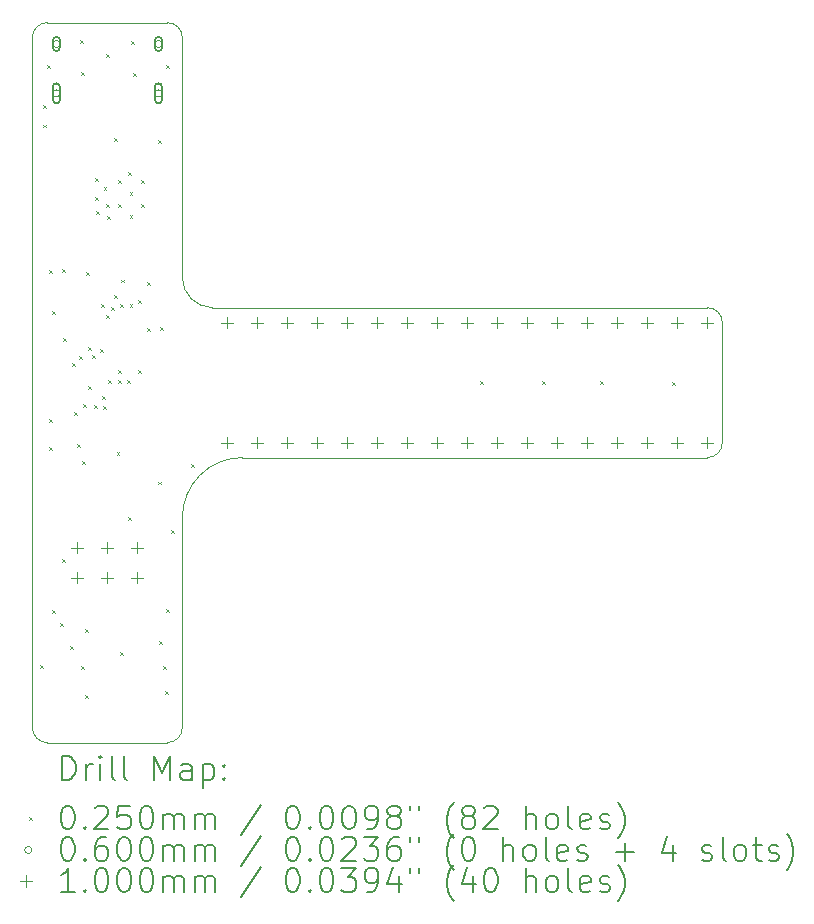
<source format=gbr>
%TF.GenerationSoftware,KiCad,Pcbnew,(6.0.9-0)*%
%TF.CreationDate,2022-12-21T10:04:28+01:00*%
%TF.ProjectId,BluerPill,426c7565-7250-4696-9c6c-2e6b69636164,rev?*%
%TF.SameCoordinates,Original*%
%TF.FileFunction,Drillmap*%
%TF.FilePolarity,Positive*%
%FSLAX45Y45*%
G04 Gerber Fmt 4.5, Leading zero omitted, Abs format (unit mm)*
G04 Created by KiCad (PCBNEW (6.0.9-0)) date 2022-12-21 10:04:28*
%MOMM*%
%LPD*%
G01*
G04 APERTURE LIST*
%ADD10C,0.100000*%
%ADD11C,0.200000*%
%ADD12C,0.025000*%
%ADD13C,0.060000*%
G04 APERTURE END LIST*
D10*
X9207500Y-11811000D02*
G75*
G03*
X9461500Y-12065000I254000J0D01*
G01*
X13652500Y-13335000D02*
G75*
G03*
X13779500Y-13208000I0J127000D01*
G01*
X8064500Y-9652000D02*
X9080500Y-9652000D01*
X8064500Y-9652000D02*
G75*
G03*
X7937500Y-9779000I0J-127000D01*
G01*
X9461500Y-12065000D02*
X13652500Y-12065000D01*
X13779500Y-12192000D02*
G75*
G03*
X13652500Y-12065000I-127000J0D01*
G01*
X13652500Y-13335000D02*
X9715500Y-13335000D01*
X9207500Y-9779000D02*
G75*
G03*
X9080500Y-9652000I-127000J0D01*
G01*
X13779500Y-12192000D02*
X13779500Y-13208000D01*
X9080500Y-15748000D02*
G75*
G03*
X9207500Y-15621000I0J127000D01*
G01*
X8064500Y-15748000D02*
X9080500Y-15748000D01*
X9207500Y-11811000D02*
X9207500Y-9779000D01*
X9207500Y-13843000D02*
X9207500Y-15621000D01*
X9715500Y-13335000D02*
G75*
G03*
X9207500Y-13843000I0J-508000D01*
G01*
X7937500Y-9779000D02*
X7937500Y-15621000D01*
X7937500Y-15621000D02*
G75*
G03*
X8064500Y-15748000I127000J0D01*
G01*
D11*
D12*
X8000000Y-15087500D02*
X8025000Y-15112500D01*
X8025000Y-15087500D02*
X8000000Y-15112500D01*
X8026250Y-10515250D02*
X8051250Y-10540250D01*
X8051250Y-10515250D02*
X8026250Y-10540250D01*
X8030000Y-10347500D02*
X8055000Y-10372500D01*
X8055000Y-10347500D02*
X8030000Y-10372500D01*
X8060000Y-10007500D02*
X8085000Y-10032500D01*
X8085000Y-10007500D02*
X8060000Y-10032500D01*
X8077450Y-13007500D02*
X8102450Y-13032500D01*
X8102450Y-13007500D02*
X8077450Y-13032500D01*
X8080000Y-11747500D02*
X8105000Y-11772500D01*
X8105000Y-11747500D02*
X8080000Y-11772500D01*
X8080000Y-13247500D02*
X8105000Y-13272500D01*
X8105000Y-13247500D02*
X8080000Y-13272500D01*
X8100000Y-12097500D02*
X8125000Y-12122500D01*
X8125000Y-12097500D02*
X8100000Y-12122500D01*
X8100000Y-14627500D02*
X8125000Y-14652500D01*
X8125000Y-14627500D02*
X8100000Y-14652500D01*
X8170000Y-14737500D02*
X8195000Y-14762500D01*
X8195000Y-14737500D02*
X8170000Y-14762500D01*
X8190000Y-11737500D02*
X8215000Y-11762500D01*
X8215000Y-11737500D02*
X8190000Y-11762500D01*
X8190000Y-14197500D02*
X8215000Y-14222500D01*
X8215000Y-14197500D02*
X8190000Y-14222500D01*
X8195000Y-12322500D02*
X8220000Y-12347500D01*
X8220000Y-12322500D02*
X8195000Y-12347500D01*
X8260000Y-14927500D02*
X8285000Y-14952500D01*
X8285000Y-14927500D02*
X8260000Y-14952500D01*
X8270000Y-12537500D02*
X8295000Y-12562500D01*
X8295000Y-12537500D02*
X8270000Y-12562500D01*
X8290000Y-12947500D02*
X8315000Y-12972500D01*
X8315000Y-12947500D02*
X8290000Y-12972500D01*
X8315000Y-13222500D02*
X8340000Y-13247500D01*
X8340000Y-13222500D02*
X8315000Y-13247500D01*
X8330000Y-12477500D02*
X8355000Y-12502500D01*
X8355000Y-12477500D02*
X8330000Y-12502500D01*
X8340000Y-9797500D02*
X8365000Y-9822500D01*
X8365000Y-9797500D02*
X8340000Y-9822500D01*
X8350000Y-10067500D02*
X8375000Y-10092500D01*
X8375000Y-10067500D02*
X8350000Y-10092500D01*
X8350000Y-15097500D02*
X8375000Y-15122500D01*
X8375000Y-15097500D02*
X8350000Y-15122500D01*
X8360000Y-13367500D02*
X8385000Y-13392500D01*
X8385000Y-13367500D02*
X8360000Y-13392500D01*
X8370000Y-12877500D02*
X8395000Y-12902500D01*
X8395000Y-12877500D02*
X8370000Y-12902500D01*
X8380000Y-14787500D02*
X8405000Y-14812500D01*
X8405000Y-14787500D02*
X8380000Y-14812500D01*
X8380000Y-15347500D02*
X8405000Y-15372500D01*
X8405000Y-15347500D02*
X8380000Y-15372500D01*
X8390000Y-11767500D02*
X8415000Y-11792500D01*
X8415000Y-11767500D02*
X8390000Y-11792500D01*
X8410000Y-12397500D02*
X8435000Y-12422500D01*
X8435000Y-12397500D02*
X8410000Y-12422500D01*
X8410000Y-12730305D02*
X8435000Y-12755305D01*
X8435000Y-12730305D02*
X8410000Y-12755305D01*
X8440000Y-12467500D02*
X8465000Y-12492500D01*
X8465000Y-12467500D02*
X8440000Y-12492500D01*
X8460000Y-12887500D02*
X8485000Y-12912500D01*
X8485000Y-12887500D02*
X8460000Y-12912500D01*
X8470000Y-10967500D02*
X8495000Y-10992500D01*
X8495000Y-10967500D02*
X8470000Y-10992500D01*
X8470000Y-11127500D02*
X8495000Y-11152500D01*
X8495000Y-11127500D02*
X8470000Y-11152500D01*
X8480000Y-11247500D02*
X8505000Y-11272500D01*
X8505000Y-11247500D02*
X8480000Y-11272500D01*
X8510000Y-12417500D02*
X8535000Y-12442500D01*
X8535000Y-12417500D02*
X8510000Y-12442500D01*
X8520000Y-12037500D02*
X8545000Y-12062500D01*
X8545000Y-12037500D02*
X8520000Y-12062500D01*
X8530000Y-12817500D02*
X8555000Y-12842500D01*
X8555000Y-12817500D02*
X8530000Y-12842500D01*
X8538388Y-12897500D02*
X8563388Y-12922500D01*
X8563388Y-12897500D02*
X8538388Y-12922500D01*
X8540000Y-11047500D02*
X8565000Y-11072500D01*
X8565000Y-11047500D02*
X8540000Y-11072500D01*
X8560000Y-9917500D02*
X8585000Y-9942500D01*
X8585000Y-9917500D02*
X8560000Y-9942500D01*
X8560000Y-11187500D02*
X8585000Y-11212500D01*
X8585000Y-11187500D02*
X8560000Y-11212500D01*
X8560000Y-12127500D02*
X8585000Y-12152500D01*
X8585000Y-12127500D02*
X8560000Y-12152500D01*
X8570000Y-11287500D02*
X8595000Y-11312500D01*
X8595000Y-11287500D02*
X8570000Y-11312500D01*
X8580000Y-12677500D02*
X8605000Y-12702500D01*
X8605000Y-12677500D02*
X8580000Y-12702500D01*
X8606206Y-12058650D02*
X8631206Y-12083650D01*
X8631206Y-12058650D02*
X8606206Y-12083650D01*
X8630000Y-10627500D02*
X8655000Y-10652500D01*
X8655000Y-10627500D02*
X8630000Y-10652500D01*
X8630000Y-11957500D02*
X8655000Y-11982500D01*
X8655000Y-11957500D02*
X8630000Y-11982500D01*
X8650000Y-13284950D02*
X8675000Y-13309950D01*
X8675000Y-13284950D02*
X8650000Y-13309950D01*
X8660000Y-10987500D02*
X8685000Y-11012500D01*
X8685000Y-10987500D02*
X8660000Y-11012500D01*
X8660000Y-11187500D02*
X8685000Y-11212500D01*
X8685000Y-11187500D02*
X8660000Y-11212500D01*
X8660000Y-12597500D02*
X8685000Y-12622500D01*
X8685000Y-12597500D02*
X8660000Y-12622500D01*
X8660000Y-12677500D02*
X8685000Y-12702500D01*
X8685000Y-12677500D02*
X8660000Y-12702500D01*
X8677934Y-12036910D02*
X8702934Y-12061910D01*
X8702934Y-12036910D02*
X8677934Y-12061910D01*
X8680000Y-14977500D02*
X8705000Y-15002500D01*
X8705000Y-14977500D02*
X8680000Y-15002500D01*
X8690000Y-11827500D02*
X8715000Y-11852500D01*
X8715000Y-11827500D02*
X8690000Y-11852500D01*
X8740000Y-12677500D02*
X8765000Y-12702500D01*
X8765000Y-12677500D02*
X8740000Y-12702500D01*
X8750000Y-10917500D02*
X8775000Y-10942500D01*
X8775000Y-10917500D02*
X8750000Y-10942500D01*
X8750000Y-13837500D02*
X8775000Y-13862500D01*
X8775000Y-13837500D02*
X8750000Y-13862500D01*
X8760000Y-11087500D02*
X8785000Y-11112500D01*
X8785000Y-11087500D02*
X8760000Y-11112500D01*
X8760000Y-11277500D02*
X8785000Y-11302500D01*
X8785000Y-11277500D02*
X8760000Y-11302500D01*
X8760000Y-12037500D02*
X8785000Y-12062500D01*
X8785000Y-12037500D02*
X8760000Y-12062500D01*
X8770000Y-9807500D02*
X8795000Y-9832500D01*
X8795000Y-9807500D02*
X8770000Y-9832500D01*
X8790000Y-10077500D02*
X8815000Y-10102500D01*
X8815000Y-10077500D02*
X8790000Y-10102500D01*
X8830000Y-11997500D02*
X8855000Y-12022500D01*
X8855000Y-11997500D02*
X8830000Y-12022500D01*
X8830000Y-12597500D02*
X8855000Y-12622500D01*
X8855000Y-12597500D02*
X8830000Y-12622500D01*
X8860000Y-10987500D02*
X8885000Y-11012500D01*
X8885000Y-10987500D02*
X8860000Y-11012500D01*
X8860000Y-11187500D02*
X8885000Y-11212500D01*
X8885000Y-11187500D02*
X8860000Y-11212500D01*
X8910000Y-11847500D02*
X8935000Y-11872500D01*
X8935000Y-11847500D02*
X8910000Y-11872500D01*
X8910000Y-12237500D02*
X8935000Y-12262500D01*
X8935000Y-12237500D02*
X8910000Y-12262500D01*
X9000000Y-10647500D02*
X9025000Y-10672500D01*
X9025000Y-10647500D02*
X9000000Y-10672500D01*
X9000000Y-13537500D02*
X9025000Y-13562500D01*
X9025000Y-13537500D02*
X9000000Y-13562500D01*
X9010000Y-14887500D02*
X9035000Y-14912500D01*
X9035000Y-14887500D02*
X9010000Y-14912500D01*
X9020000Y-12227500D02*
X9045000Y-12252500D01*
X9045000Y-12227500D02*
X9020000Y-12252500D01*
X9040000Y-15097500D02*
X9065000Y-15122500D01*
X9065000Y-15097500D02*
X9040000Y-15122500D01*
X9060000Y-15307500D02*
X9085000Y-15332500D01*
X9085000Y-15307500D02*
X9060000Y-15332500D01*
X9070000Y-10007500D02*
X9095000Y-10032500D01*
X9095000Y-10007500D02*
X9070000Y-10032500D01*
X9070000Y-14617500D02*
X9095000Y-14642500D01*
X9095000Y-14617500D02*
X9070000Y-14642500D01*
X9110000Y-13947500D02*
X9135000Y-13972500D01*
X9135000Y-13947500D02*
X9110000Y-13972500D01*
X9280000Y-13387500D02*
X9305000Y-13412500D01*
X9305000Y-13387500D02*
X9280000Y-13412500D01*
X11730000Y-12687500D02*
X11755000Y-12712500D01*
X11755000Y-12687500D02*
X11730000Y-12712500D01*
X12250000Y-12687500D02*
X12275000Y-12712500D01*
X12275000Y-12687500D02*
X12250000Y-12712500D01*
X12740000Y-12687500D02*
X12765000Y-12712500D01*
X12765000Y-12687500D02*
X12740000Y-12712500D01*
X13350000Y-12697500D02*
X13375000Y-12722500D01*
X13375000Y-12697500D02*
X13350000Y-12722500D01*
D13*
X8170500Y-9832750D02*
G75*
G03*
X8170500Y-9832750I-30000J0D01*
G01*
D11*
X8170500Y-9862750D02*
X8170500Y-9802750D01*
X8110500Y-9862750D02*
X8110500Y-9802750D01*
X8170500Y-9802750D02*
G75*
G03*
X8110500Y-9802750I-30000J0D01*
G01*
X8110500Y-9862750D02*
G75*
G03*
X8170500Y-9862750I30000J0D01*
G01*
D13*
X8170500Y-10250750D02*
G75*
G03*
X8170500Y-10250750I-30000J0D01*
G01*
D11*
X8170500Y-10305750D02*
X8170500Y-10195750D01*
X8110500Y-10305750D02*
X8110500Y-10195750D01*
X8170500Y-10195750D02*
G75*
G03*
X8110500Y-10195750I-30000J0D01*
G01*
X8110500Y-10305750D02*
G75*
G03*
X8170500Y-10305750I30000J0D01*
G01*
D13*
X9034500Y-9832750D02*
G75*
G03*
X9034500Y-9832750I-30000J0D01*
G01*
D11*
X9034500Y-9862750D02*
X9034500Y-9802750D01*
X8974500Y-9862750D02*
X8974500Y-9802750D01*
X9034500Y-9802750D02*
G75*
G03*
X8974500Y-9802750I-30000J0D01*
G01*
X8974500Y-9862750D02*
G75*
G03*
X9034500Y-9862750I30000J0D01*
G01*
D13*
X9034500Y-10250750D02*
G75*
G03*
X9034500Y-10250750I-30000J0D01*
G01*
D11*
X9034500Y-10305750D02*
X9034500Y-10195750D01*
X8974500Y-10305750D02*
X8974500Y-10195750D01*
X9034500Y-10195750D02*
G75*
G03*
X8974500Y-10195750I-30000J0D01*
G01*
X8974500Y-10305750D02*
G75*
G03*
X9034500Y-10305750I30000J0D01*
G01*
D10*
X8317000Y-14046500D02*
X8317000Y-14146500D01*
X8267000Y-14096500D02*
X8367000Y-14096500D01*
X8317000Y-14300500D02*
X8317000Y-14400500D01*
X8267000Y-14350500D02*
X8367000Y-14350500D01*
X8571000Y-14046500D02*
X8571000Y-14146500D01*
X8521000Y-14096500D02*
X8621000Y-14096500D01*
X8571000Y-14300500D02*
X8571000Y-14400500D01*
X8521000Y-14350500D02*
X8621000Y-14350500D01*
X8825000Y-14046500D02*
X8825000Y-14146500D01*
X8775000Y-14096500D02*
X8875000Y-14096500D01*
X8825000Y-14300500D02*
X8825000Y-14400500D01*
X8775000Y-14350500D02*
X8875000Y-14350500D01*
X9588500Y-12142000D02*
X9588500Y-12242000D01*
X9538500Y-12192000D02*
X9638500Y-12192000D01*
X9588500Y-13158000D02*
X9588500Y-13258000D01*
X9538500Y-13208000D02*
X9638500Y-13208000D01*
X9842500Y-12142000D02*
X9842500Y-12242000D01*
X9792500Y-12192000D02*
X9892500Y-12192000D01*
X9842500Y-13158000D02*
X9842500Y-13258000D01*
X9792500Y-13208000D02*
X9892500Y-13208000D01*
X10096500Y-12142000D02*
X10096500Y-12242000D01*
X10046500Y-12192000D02*
X10146500Y-12192000D01*
X10096500Y-13158000D02*
X10096500Y-13258000D01*
X10046500Y-13208000D02*
X10146500Y-13208000D01*
X10350500Y-12142000D02*
X10350500Y-12242000D01*
X10300500Y-12192000D02*
X10400500Y-12192000D01*
X10350500Y-13158000D02*
X10350500Y-13258000D01*
X10300500Y-13208000D02*
X10400500Y-13208000D01*
X10604500Y-12142000D02*
X10604500Y-12242000D01*
X10554500Y-12192000D02*
X10654500Y-12192000D01*
X10604500Y-13158000D02*
X10604500Y-13258000D01*
X10554500Y-13208000D02*
X10654500Y-13208000D01*
X10858500Y-12142000D02*
X10858500Y-12242000D01*
X10808500Y-12192000D02*
X10908500Y-12192000D01*
X10858500Y-13158000D02*
X10858500Y-13258000D01*
X10808500Y-13208000D02*
X10908500Y-13208000D01*
X11112500Y-12142000D02*
X11112500Y-12242000D01*
X11062500Y-12192000D02*
X11162500Y-12192000D01*
X11112500Y-13158000D02*
X11112500Y-13258000D01*
X11062500Y-13208000D02*
X11162500Y-13208000D01*
X11366500Y-12142000D02*
X11366500Y-12242000D01*
X11316500Y-12192000D02*
X11416500Y-12192000D01*
X11366500Y-13158000D02*
X11366500Y-13258000D01*
X11316500Y-13208000D02*
X11416500Y-13208000D01*
X11620500Y-12142000D02*
X11620500Y-12242000D01*
X11570500Y-12192000D02*
X11670500Y-12192000D01*
X11620500Y-13158000D02*
X11620500Y-13258000D01*
X11570500Y-13208000D02*
X11670500Y-13208000D01*
X11874500Y-12142000D02*
X11874500Y-12242000D01*
X11824500Y-12192000D02*
X11924500Y-12192000D01*
X11874500Y-13158000D02*
X11874500Y-13258000D01*
X11824500Y-13208000D02*
X11924500Y-13208000D01*
X12128500Y-12142000D02*
X12128500Y-12242000D01*
X12078500Y-12192000D02*
X12178500Y-12192000D01*
X12128500Y-13158000D02*
X12128500Y-13258000D01*
X12078500Y-13208000D02*
X12178500Y-13208000D01*
X12382500Y-12142000D02*
X12382500Y-12242000D01*
X12332500Y-12192000D02*
X12432500Y-12192000D01*
X12382500Y-13158000D02*
X12382500Y-13258000D01*
X12332500Y-13208000D02*
X12432500Y-13208000D01*
X12636500Y-12142000D02*
X12636500Y-12242000D01*
X12586500Y-12192000D02*
X12686500Y-12192000D01*
X12636500Y-13158000D02*
X12636500Y-13258000D01*
X12586500Y-13208000D02*
X12686500Y-13208000D01*
X12890500Y-12142000D02*
X12890500Y-12242000D01*
X12840500Y-12192000D02*
X12940500Y-12192000D01*
X12890500Y-13158000D02*
X12890500Y-13258000D01*
X12840500Y-13208000D02*
X12940500Y-13208000D01*
X13144500Y-12142000D02*
X13144500Y-12242000D01*
X13094500Y-12192000D02*
X13194500Y-12192000D01*
X13144500Y-13158000D02*
X13144500Y-13258000D01*
X13094500Y-13208000D02*
X13194500Y-13208000D01*
X13398500Y-12142000D02*
X13398500Y-12242000D01*
X13348500Y-12192000D02*
X13448500Y-12192000D01*
X13398500Y-13158000D02*
X13398500Y-13258000D01*
X13348500Y-13208000D02*
X13448500Y-13208000D01*
X13652500Y-12142000D02*
X13652500Y-12242000D01*
X13602500Y-12192000D02*
X13702500Y-12192000D01*
X13652500Y-13158000D02*
X13652500Y-13258000D01*
X13602500Y-13208000D02*
X13702500Y-13208000D01*
D11*
X8190119Y-16063476D02*
X8190119Y-15863476D01*
X8237738Y-15863476D01*
X8266309Y-15873000D01*
X8285357Y-15892048D01*
X8294881Y-15911095D01*
X8304405Y-15949190D01*
X8304405Y-15977762D01*
X8294881Y-16015857D01*
X8285357Y-16034905D01*
X8266309Y-16053952D01*
X8237738Y-16063476D01*
X8190119Y-16063476D01*
X8390119Y-16063476D02*
X8390119Y-15930143D01*
X8390119Y-15968238D02*
X8399643Y-15949190D01*
X8409167Y-15939667D01*
X8428214Y-15930143D01*
X8447262Y-15930143D01*
X8513929Y-16063476D02*
X8513929Y-15930143D01*
X8513929Y-15863476D02*
X8504405Y-15873000D01*
X8513929Y-15882524D01*
X8523452Y-15873000D01*
X8513929Y-15863476D01*
X8513929Y-15882524D01*
X8637738Y-16063476D02*
X8618690Y-16053952D01*
X8609167Y-16034905D01*
X8609167Y-15863476D01*
X8742500Y-16063476D02*
X8723452Y-16053952D01*
X8713929Y-16034905D01*
X8713929Y-15863476D01*
X8971071Y-16063476D02*
X8971071Y-15863476D01*
X9037738Y-16006333D01*
X9104405Y-15863476D01*
X9104405Y-16063476D01*
X9285357Y-16063476D02*
X9285357Y-15958714D01*
X9275833Y-15939667D01*
X9256786Y-15930143D01*
X9218690Y-15930143D01*
X9199643Y-15939667D01*
X9285357Y-16053952D02*
X9266310Y-16063476D01*
X9218690Y-16063476D01*
X9199643Y-16053952D01*
X9190119Y-16034905D01*
X9190119Y-16015857D01*
X9199643Y-15996809D01*
X9218690Y-15987286D01*
X9266310Y-15987286D01*
X9285357Y-15977762D01*
X9380595Y-15930143D02*
X9380595Y-16130143D01*
X9380595Y-15939667D02*
X9399643Y-15930143D01*
X9437738Y-15930143D01*
X9456786Y-15939667D01*
X9466310Y-15949190D01*
X9475833Y-15968238D01*
X9475833Y-16025381D01*
X9466310Y-16044428D01*
X9456786Y-16053952D01*
X9437738Y-16063476D01*
X9399643Y-16063476D01*
X9380595Y-16053952D01*
X9561548Y-16044428D02*
X9571071Y-16053952D01*
X9561548Y-16063476D01*
X9552024Y-16053952D01*
X9561548Y-16044428D01*
X9561548Y-16063476D01*
X9561548Y-15939667D02*
X9571071Y-15949190D01*
X9561548Y-15958714D01*
X9552024Y-15949190D01*
X9561548Y-15939667D01*
X9561548Y-15958714D01*
D12*
X7907500Y-16380500D02*
X7932500Y-16405500D01*
X7932500Y-16380500D02*
X7907500Y-16405500D01*
D11*
X8228214Y-16283476D02*
X8247262Y-16283476D01*
X8266309Y-16293000D01*
X8275833Y-16302524D01*
X8285357Y-16321571D01*
X8294881Y-16359667D01*
X8294881Y-16407286D01*
X8285357Y-16445381D01*
X8275833Y-16464428D01*
X8266309Y-16473952D01*
X8247262Y-16483476D01*
X8228214Y-16483476D01*
X8209167Y-16473952D01*
X8199643Y-16464428D01*
X8190119Y-16445381D01*
X8180595Y-16407286D01*
X8180595Y-16359667D01*
X8190119Y-16321571D01*
X8199643Y-16302524D01*
X8209167Y-16293000D01*
X8228214Y-16283476D01*
X8380595Y-16464428D02*
X8390119Y-16473952D01*
X8380595Y-16483476D01*
X8371071Y-16473952D01*
X8380595Y-16464428D01*
X8380595Y-16483476D01*
X8466310Y-16302524D02*
X8475833Y-16293000D01*
X8494881Y-16283476D01*
X8542500Y-16283476D01*
X8561548Y-16293000D01*
X8571071Y-16302524D01*
X8580595Y-16321571D01*
X8580595Y-16340619D01*
X8571071Y-16369190D01*
X8456786Y-16483476D01*
X8580595Y-16483476D01*
X8761548Y-16283476D02*
X8666310Y-16283476D01*
X8656786Y-16378714D01*
X8666310Y-16369190D01*
X8685357Y-16359667D01*
X8732976Y-16359667D01*
X8752024Y-16369190D01*
X8761548Y-16378714D01*
X8771071Y-16397762D01*
X8771071Y-16445381D01*
X8761548Y-16464428D01*
X8752024Y-16473952D01*
X8732976Y-16483476D01*
X8685357Y-16483476D01*
X8666310Y-16473952D01*
X8656786Y-16464428D01*
X8894881Y-16283476D02*
X8913929Y-16283476D01*
X8932976Y-16293000D01*
X8942500Y-16302524D01*
X8952024Y-16321571D01*
X8961548Y-16359667D01*
X8961548Y-16407286D01*
X8952024Y-16445381D01*
X8942500Y-16464428D01*
X8932976Y-16473952D01*
X8913929Y-16483476D01*
X8894881Y-16483476D01*
X8875833Y-16473952D01*
X8866310Y-16464428D01*
X8856786Y-16445381D01*
X8847262Y-16407286D01*
X8847262Y-16359667D01*
X8856786Y-16321571D01*
X8866310Y-16302524D01*
X8875833Y-16293000D01*
X8894881Y-16283476D01*
X9047262Y-16483476D02*
X9047262Y-16350143D01*
X9047262Y-16369190D02*
X9056786Y-16359667D01*
X9075833Y-16350143D01*
X9104405Y-16350143D01*
X9123452Y-16359667D01*
X9132976Y-16378714D01*
X9132976Y-16483476D01*
X9132976Y-16378714D02*
X9142500Y-16359667D01*
X9161548Y-16350143D01*
X9190119Y-16350143D01*
X9209167Y-16359667D01*
X9218690Y-16378714D01*
X9218690Y-16483476D01*
X9313929Y-16483476D02*
X9313929Y-16350143D01*
X9313929Y-16369190D02*
X9323452Y-16359667D01*
X9342500Y-16350143D01*
X9371071Y-16350143D01*
X9390119Y-16359667D01*
X9399643Y-16378714D01*
X9399643Y-16483476D01*
X9399643Y-16378714D02*
X9409167Y-16359667D01*
X9428214Y-16350143D01*
X9456786Y-16350143D01*
X9475833Y-16359667D01*
X9485357Y-16378714D01*
X9485357Y-16483476D01*
X9875833Y-16273952D02*
X9704405Y-16531095D01*
X10132976Y-16283476D02*
X10152024Y-16283476D01*
X10171071Y-16293000D01*
X10180595Y-16302524D01*
X10190119Y-16321571D01*
X10199643Y-16359667D01*
X10199643Y-16407286D01*
X10190119Y-16445381D01*
X10180595Y-16464428D01*
X10171071Y-16473952D01*
X10152024Y-16483476D01*
X10132976Y-16483476D01*
X10113929Y-16473952D01*
X10104405Y-16464428D01*
X10094881Y-16445381D01*
X10085357Y-16407286D01*
X10085357Y-16359667D01*
X10094881Y-16321571D01*
X10104405Y-16302524D01*
X10113929Y-16293000D01*
X10132976Y-16283476D01*
X10285357Y-16464428D02*
X10294881Y-16473952D01*
X10285357Y-16483476D01*
X10275833Y-16473952D01*
X10285357Y-16464428D01*
X10285357Y-16483476D01*
X10418690Y-16283476D02*
X10437738Y-16283476D01*
X10456786Y-16293000D01*
X10466310Y-16302524D01*
X10475833Y-16321571D01*
X10485357Y-16359667D01*
X10485357Y-16407286D01*
X10475833Y-16445381D01*
X10466310Y-16464428D01*
X10456786Y-16473952D01*
X10437738Y-16483476D01*
X10418690Y-16483476D01*
X10399643Y-16473952D01*
X10390119Y-16464428D01*
X10380595Y-16445381D01*
X10371071Y-16407286D01*
X10371071Y-16359667D01*
X10380595Y-16321571D01*
X10390119Y-16302524D01*
X10399643Y-16293000D01*
X10418690Y-16283476D01*
X10609167Y-16283476D02*
X10628214Y-16283476D01*
X10647262Y-16293000D01*
X10656786Y-16302524D01*
X10666310Y-16321571D01*
X10675833Y-16359667D01*
X10675833Y-16407286D01*
X10666310Y-16445381D01*
X10656786Y-16464428D01*
X10647262Y-16473952D01*
X10628214Y-16483476D01*
X10609167Y-16483476D01*
X10590119Y-16473952D01*
X10580595Y-16464428D01*
X10571071Y-16445381D01*
X10561548Y-16407286D01*
X10561548Y-16359667D01*
X10571071Y-16321571D01*
X10580595Y-16302524D01*
X10590119Y-16293000D01*
X10609167Y-16283476D01*
X10771071Y-16483476D02*
X10809167Y-16483476D01*
X10828214Y-16473952D01*
X10837738Y-16464428D01*
X10856786Y-16435857D01*
X10866310Y-16397762D01*
X10866310Y-16321571D01*
X10856786Y-16302524D01*
X10847262Y-16293000D01*
X10828214Y-16283476D01*
X10790119Y-16283476D01*
X10771071Y-16293000D01*
X10761548Y-16302524D01*
X10752024Y-16321571D01*
X10752024Y-16369190D01*
X10761548Y-16388238D01*
X10771071Y-16397762D01*
X10790119Y-16407286D01*
X10828214Y-16407286D01*
X10847262Y-16397762D01*
X10856786Y-16388238D01*
X10866310Y-16369190D01*
X10980595Y-16369190D02*
X10961548Y-16359667D01*
X10952024Y-16350143D01*
X10942500Y-16331095D01*
X10942500Y-16321571D01*
X10952024Y-16302524D01*
X10961548Y-16293000D01*
X10980595Y-16283476D01*
X11018690Y-16283476D01*
X11037738Y-16293000D01*
X11047262Y-16302524D01*
X11056786Y-16321571D01*
X11056786Y-16331095D01*
X11047262Y-16350143D01*
X11037738Y-16359667D01*
X11018690Y-16369190D01*
X10980595Y-16369190D01*
X10961548Y-16378714D01*
X10952024Y-16388238D01*
X10942500Y-16407286D01*
X10942500Y-16445381D01*
X10952024Y-16464428D01*
X10961548Y-16473952D01*
X10980595Y-16483476D01*
X11018690Y-16483476D01*
X11037738Y-16473952D01*
X11047262Y-16464428D01*
X11056786Y-16445381D01*
X11056786Y-16407286D01*
X11047262Y-16388238D01*
X11037738Y-16378714D01*
X11018690Y-16369190D01*
X11132976Y-16283476D02*
X11132976Y-16321571D01*
X11209167Y-16283476D02*
X11209167Y-16321571D01*
X11504405Y-16559667D02*
X11494881Y-16550143D01*
X11475833Y-16521571D01*
X11466309Y-16502524D01*
X11456786Y-16473952D01*
X11447262Y-16426333D01*
X11447262Y-16388238D01*
X11456786Y-16340619D01*
X11466309Y-16312048D01*
X11475833Y-16293000D01*
X11494881Y-16264428D01*
X11504405Y-16254905D01*
X11609167Y-16369190D02*
X11590119Y-16359667D01*
X11580595Y-16350143D01*
X11571071Y-16331095D01*
X11571071Y-16321571D01*
X11580595Y-16302524D01*
X11590119Y-16293000D01*
X11609167Y-16283476D01*
X11647262Y-16283476D01*
X11666309Y-16293000D01*
X11675833Y-16302524D01*
X11685357Y-16321571D01*
X11685357Y-16331095D01*
X11675833Y-16350143D01*
X11666309Y-16359667D01*
X11647262Y-16369190D01*
X11609167Y-16369190D01*
X11590119Y-16378714D01*
X11580595Y-16388238D01*
X11571071Y-16407286D01*
X11571071Y-16445381D01*
X11580595Y-16464428D01*
X11590119Y-16473952D01*
X11609167Y-16483476D01*
X11647262Y-16483476D01*
X11666309Y-16473952D01*
X11675833Y-16464428D01*
X11685357Y-16445381D01*
X11685357Y-16407286D01*
X11675833Y-16388238D01*
X11666309Y-16378714D01*
X11647262Y-16369190D01*
X11761548Y-16302524D02*
X11771071Y-16293000D01*
X11790119Y-16283476D01*
X11837738Y-16283476D01*
X11856786Y-16293000D01*
X11866309Y-16302524D01*
X11875833Y-16321571D01*
X11875833Y-16340619D01*
X11866309Y-16369190D01*
X11752024Y-16483476D01*
X11875833Y-16483476D01*
X12113928Y-16483476D02*
X12113928Y-16283476D01*
X12199643Y-16483476D02*
X12199643Y-16378714D01*
X12190119Y-16359667D01*
X12171071Y-16350143D01*
X12142500Y-16350143D01*
X12123452Y-16359667D01*
X12113928Y-16369190D01*
X12323452Y-16483476D02*
X12304405Y-16473952D01*
X12294881Y-16464428D01*
X12285357Y-16445381D01*
X12285357Y-16388238D01*
X12294881Y-16369190D01*
X12304405Y-16359667D01*
X12323452Y-16350143D01*
X12352024Y-16350143D01*
X12371071Y-16359667D01*
X12380595Y-16369190D01*
X12390119Y-16388238D01*
X12390119Y-16445381D01*
X12380595Y-16464428D01*
X12371071Y-16473952D01*
X12352024Y-16483476D01*
X12323452Y-16483476D01*
X12504405Y-16483476D02*
X12485357Y-16473952D01*
X12475833Y-16454905D01*
X12475833Y-16283476D01*
X12656786Y-16473952D02*
X12637738Y-16483476D01*
X12599643Y-16483476D01*
X12580595Y-16473952D01*
X12571071Y-16454905D01*
X12571071Y-16378714D01*
X12580595Y-16359667D01*
X12599643Y-16350143D01*
X12637738Y-16350143D01*
X12656786Y-16359667D01*
X12666309Y-16378714D01*
X12666309Y-16397762D01*
X12571071Y-16416809D01*
X12742500Y-16473952D02*
X12761548Y-16483476D01*
X12799643Y-16483476D01*
X12818690Y-16473952D01*
X12828214Y-16454905D01*
X12828214Y-16445381D01*
X12818690Y-16426333D01*
X12799643Y-16416809D01*
X12771071Y-16416809D01*
X12752024Y-16407286D01*
X12742500Y-16388238D01*
X12742500Y-16378714D01*
X12752024Y-16359667D01*
X12771071Y-16350143D01*
X12799643Y-16350143D01*
X12818690Y-16359667D01*
X12894881Y-16559667D02*
X12904405Y-16550143D01*
X12923452Y-16521571D01*
X12932976Y-16502524D01*
X12942500Y-16473952D01*
X12952024Y-16426333D01*
X12952024Y-16388238D01*
X12942500Y-16340619D01*
X12932976Y-16312048D01*
X12923452Y-16293000D01*
X12904405Y-16264428D01*
X12894881Y-16254905D01*
D13*
X7932500Y-16657000D02*
G75*
G03*
X7932500Y-16657000I-30000J0D01*
G01*
D11*
X8228214Y-16547476D02*
X8247262Y-16547476D01*
X8266309Y-16557000D01*
X8275833Y-16566524D01*
X8285357Y-16585571D01*
X8294881Y-16623667D01*
X8294881Y-16671286D01*
X8285357Y-16709381D01*
X8275833Y-16728428D01*
X8266309Y-16737952D01*
X8247262Y-16747476D01*
X8228214Y-16747476D01*
X8209167Y-16737952D01*
X8199643Y-16728428D01*
X8190119Y-16709381D01*
X8180595Y-16671286D01*
X8180595Y-16623667D01*
X8190119Y-16585571D01*
X8199643Y-16566524D01*
X8209167Y-16557000D01*
X8228214Y-16547476D01*
X8380595Y-16728428D02*
X8390119Y-16737952D01*
X8380595Y-16747476D01*
X8371071Y-16737952D01*
X8380595Y-16728428D01*
X8380595Y-16747476D01*
X8561548Y-16547476D02*
X8523452Y-16547476D01*
X8504405Y-16557000D01*
X8494881Y-16566524D01*
X8475833Y-16595095D01*
X8466310Y-16633190D01*
X8466310Y-16709381D01*
X8475833Y-16728428D01*
X8485357Y-16737952D01*
X8504405Y-16747476D01*
X8542500Y-16747476D01*
X8561548Y-16737952D01*
X8571071Y-16728428D01*
X8580595Y-16709381D01*
X8580595Y-16661762D01*
X8571071Y-16642714D01*
X8561548Y-16633190D01*
X8542500Y-16623667D01*
X8504405Y-16623667D01*
X8485357Y-16633190D01*
X8475833Y-16642714D01*
X8466310Y-16661762D01*
X8704405Y-16547476D02*
X8723452Y-16547476D01*
X8742500Y-16557000D01*
X8752024Y-16566524D01*
X8761548Y-16585571D01*
X8771071Y-16623667D01*
X8771071Y-16671286D01*
X8761548Y-16709381D01*
X8752024Y-16728428D01*
X8742500Y-16737952D01*
X8723452Y-16747476D01*
X8704405Y-16747476D01*
X8685357Y-16737952D01*
X8675833Y-16728428D01*
X8666310Y-16709381D01*
X8656786Y-16671286D01*
X8656786Y-16623667D01*
X8666310Y-16585571D01*
X8675833Y-16566524D01*
X8685357Y-16557000D01*
X8704405Y-16547476D01*
X8894881Y-16547476D02*
X8913929Y-16547476D01*
X8932976Y-16557000D01*
X8942500Y-16566524D01*
X8952024Y-16585571D01*
X8961548Y-16623667D01*
X8961548Y-16671286D01*
X8952024Y-16709381D01*
X8942500Y-16728428D01*
X8932976Y-16737952D01*
X8913929Y-16747476D01*
X8894881Y-16747476D01*
X8875833Y-16737952D01*
X8866310Y-16728428D01*
X8856786Y-16709381D01*
X8847262Y-16671286D01*
X8847262Y-16623667D01*
X8856786Y-16585571D01*
X8866310Y-16566524D01*
X8875833Y-16557000D01*
X8894881Y-16547476D01*
X9047262Y-16747476D02*
X9047262Y-16614143D01*
X9047262Y-16633190D02*
X9056786Y-16623667D01*
X9075833Y-16614143D01*
X9104405Y-16614143D01*
X9123452Y-16623667D01*
X9132976Y-16642714D01*
X9132976Y-16747476D01*
X9132976Y-16642714D02*
X9142500Y-16623667D01*
X9161548Y-16614143D01*
X9190119Y-16614143D01*
X9209167Y-16623667D01*
X9218690Y-16642714D01*
X9218690Y-16747476D01*
X9313929Y-16747476D02*
X9313929Y-16614143D01*
X9313929Y-16633190D02*
X9323452Y-16623667D01*
X9342500Y-16614143D01*
X9371071Y-16614143D01*
X9390119Y-16623667D01*
X9399643Y-16642714D01*
X9399643Y-16747476D01*
X9399643Y-16642714D02*
X9409167Y-16623667D01*
X9428214Y-16614143D01*
X9456786Y-16614143D01*
X9475833Y-16623667D01*
X9485357Y-16642714D01*
X9485357Y-16747476D01*
X9875833Y-16537952D02*
X9704405Y-16795095D01*
X10132976Y-16547476D02*
X10152024Y-16547476D01*
X10171071Y-16557000D01*
X10180595Y-16566524D01*
X10190119Y-16585571D01*
X10199643Y-16623667D01*
X10199643Y-16671286D01*
X10190119Y-16709381D01*
X10180595Y-16728428D01*
X10171071Y-16737952D01*
X10152024Y-16747476D01*
X10132976Y-16747476D01*
X10113929Y-16737952D01*
X10104405Y-16728428D01*
X10094881Y-16709381D01*
X10085357Y-16671286D01*
X10085357Y-16623667D01*
X10094881Y-16585571D01*
X10104405Y-16566524D01*
X10113929Y-16557000D01*
X10132976Y-16547476D01*
X10285357Y-16728428D02*
X10294881Y-16737952D01*
X10285357Y-16747476D01*
X10275833Y-16737952D01*
X10285357Y-16728428D01*
X10285357Y-16747476D01*
X10418690Y-16547476D02*
X10437738Y-16547476D01*
X10456786Y-16557000D01*
X10466310Y-16566524D01*
X10475833Y-16585571D01*
X10485357Y-16623667D01*
X10485357Y-16671286D01*
X10475833Y-16709381D01*
X10466310Y-16728428D01*
X10456786Y-16737952D01*
X10437738Y-16747476D01*
X10418690Y-16747476D01*
X10399643Y-16737952D01*
X10390119Y-16728428D01*
X10380595Y-16709381D01*
X10371071Y-16671286D01*
X10371071Y-16623667D01*
X10380595Y-16585571D01*
X10390119Y-16566524D01*
X10399643Y-16557000D01*
X10418690Y-16547476D01*
X10561548Y-16566524D02*
X10571071Y-16557000D01*
X10590119Y-16547476D01*
X10637738Y-16547476D01*
X10656786Y-16557000D01*
X10666310Y-16566524D01*
X10675833Y-16585571D01*
X10675833Y-16604619D01*
X10666310Y-16633190D01*
X10552024Y-16747476D01*
X10675833Y-16747476D01*
X10742500Y-16547476D02*
X10866310Y-16547476D01*
X10799643Y-16623667D01*
X10828214Y-16623667D01*
X10847262Y-16633190D01*
X10856786Y-16642714D01*
X10866310Y-16661762D01*
X10866310Y-16709381D01*
X10856786Y-16728428D01*
X10847262Y-16737952D01*
X10828214Y-16747476D01*
X10771071Y-16747476D01*
X10752024Y-16737952D01*
X10742500Y-16728428D01*
X11037738Y-16547476D02*
X10999643Y-16547476D01*
X10980595Y-16557000D01*
X10971071Y-16566524D01*
X10952024Y-16595095D01*
X10942500Y-16633190D01*
X10942500Y-16709381D01*
X10952024Y-16728428D01*
X10961548Y-16737952D01*
X10980595Y-16747476D01*
X11018690Y-16747476D01*
X11037738Y-16737952D01*
X11047262Y-16728428D01*
X11056786Y-16709381D01*
X11056786Y-16661762D01*
X11047262Y-16642714D01*
X11037738Y-16633190D01*
X11018690Y-16623667D01*
X10980595Y-16623667D01*
X10961548Y-16633190D01*
X10952024Y-16642714D01*
X10942500Y-16661762D01*
X11132976Y-16547476D02*
X11132976Y-16585571D01*
X11209167Y-16547476D02*
X11209167Y-16585571D01*
X11504405Y-16823667D02*
X11494881Y-16814143D01*
X11475833Y-16785571D01*
X11466309Y-16766524D01*
X11456786Y-16737952D01*
X11447262Y-16690333D01*
X11447262Y-16652238D01*
X11456786Y-16604619D01*
X11466309Y-16576048D01*
X11475833Y-16557000D01*
X11494881Y-16528428D01*
X11504405Y-16518905D01*
X11618690Y-16547476D02*
X11637738Y-16547476D01*
X11656786Y-16557000D01*
X11666309Y-16566524D01*
X11675833Y-16585571D01*
X11685357Y-16623667D01*
X11685357Y-16671286D01*
X11675833Y-16709381D01*
X11666309Y-16728428D01*
X11656786Y-16737952D01*
X11637738Y-16747476D01*
X11618690Y-16747476D01*
X11599643Y-16737952D01*
X11590119Y-16728428D01*
X11580595Y-16709381D01*
X11571071Y-16671286D01*
X11571071Y-16623667D01*
X11580595Y-16585571D01*
X11590119Y-16566524D01*
X11599643Y-16557000D01*
X11618690Y-16547476D01*
X11923452Y-16747476D02*
X11923452Y-16547476D01*
X12009167Y-16747476D02*
X12009167Y-16642714D01*
X11999643Y-16623667D01*
X11980595Y-16614143D01*
X11952024Y-16614143D01*
X11932976Y-16623667D01*
X11923452Y-16633190D01*
X12132976Y-16747476D02*
X12113928Y-16737952D01*
X12104405Y-16728428D01*
X12094881Y-16709381D01*
X12094881Y-16652238D01*
X12104405Y-16633190D01*
X12113928Y-16623667D01*
X12132976Y-16614143D01*
X12161548Y-16614143D01*
X12180595Y-16623667D01*
X12190119Y-16633190D01*
X12199643Y-16652238D01*
X12199643Y-16709381D01*
X12190119Y-16728428D01*
X12180595Y-16737952D01*
X12161548Y-16747476D01*
X12132976Y-16747476D01*
X12313928Y-16747476D02*
X12294881Y-16737952D01*
X12285357Y-16718905D01*
X12285357Y-16547476D01*
X12466309Y-16737952D02*
X12447262Y-16747476D01*
X12409167Y-16747476D01*
X12390119Y-16737952D01*
X12380595Y-16718905D01*
X12380595Y-16642714D01*
X12390119Y-16623667D01*
X12409167Y-16614143D01*
X12447262Y-16614143D01*
X12466309Y-16623667D01*
X12475833Y-16642714D01*
X12475833Y-16661762D01*
X12380595Y-16680809D01*
X12552024Y-16737952D02*
X12571071Y-16747476D01*
X12609167Y-16747476D01*
X12628214Y-16737952D01*
X12637738Y-16718905D01*
X12637738Y-16709381D01*
X12628214Y-16690333D01*
X12609167Y-16680809D01*
X12580595Y-16680809D01*
X12561548Y-16671286D01*
X12552024Y-16652238D01*
X12552024Y-16642714D01*
X12561548Y-16623667D01*
X12580595Y-16614143D01*
X12609167Y-16614143D01*
X12628214Y-16623667D01*
X12875833Y-16671286D02*
X13028214Y-16671286D01*
X12952024Y-16747476D02*
X12952024Y-16595095D01*
X13361548Y-16614143D02*
X13361548Y-16747476D01*
X13313928Y-16537952D02*
X13266309Y-16680809D01*
X13390119Y-16680809D01*
X13609167Y-16737952D02*
X13628214Y-16747476D01*
X13666309Y-16747476D01*
X13685357Y-16737952D01*
X13694881Y-16718905D01*
X13694881Y-16709381D01*
X13685357Y-16690333D01*
X13666309Y-16680809D01*
X13637738Y-16680809D01*
X13618690Y-16671286D01*
X13609167Y-16652238D01*
X13609167Y-16642714D01*
X13618690Y-16623667D01*
X13637738Y-16614143D01*
X13666309Y-16614143D01*
X13685357Y-16623667D01*
X13809167Y-16747476D02*
X13790119Y-16737952D01*
X13780595Y-16718905D01*
X13780595Y-16547476D01*
X13913928Y-16747476D02*
X13894881Y-16737952D01*
X13885357Y-16728428D01*
X13875833Y-16709381D01*
X13875833Y-16652238D01*
X13885357Y-16633190D01*
X13894881Y-16623667D01*
X13913928Y-16614143D01*
X13942500Y-16614143D01*
X13961548Y-16623667D01*
X13971071Y-16633190D01*
X13980595Y-16652238D01*
X13980595Y-16709381D01*
X13971071Y-16728428D01*
X13961548Y-16737952D01*
X13942500Y-16747476D01*
X13913928Y-16747476D01*
X14037738Y-16614143D02*
X14113928Y-16614143D01*
X14066309Y-16547476D02*
X14066309Y-16718905D01*
X14075833Y-16737952D01*
X14094881Y-16747476D01*
X14113928Y-16747476D01*
X14171071Y-16737952D02*
X14190119Y-16747476D01*
X14228214Y-16747476D01*
X14247262Y-16737952D01*
X14256786Y-16718905D01*
X14256786Y-16709381D01*
X14247262Y-16690333D01*
X14228214Y-16680809D01*
X14199643Y-16680809D01*
X14180595Y-16671286D01*
X14171071Y-16652238D01*
X14171071Y-16642714D01*
X14180595Y-16623667D01*
X14199643Y-16614143D01*
X14228214Y-16614143D01*
X14247262Y-16623667D01*
X14323452Y-16823667D02*
X14332976Y-16814143D01*
X14352024Y-16785571D01*
X14361548Y-16766524D01*
X14371071Y-16737952D01*
X14380595Y-16690333D01*
X14380595Y-16652238D01*
X14371071Y-16604619D01*
X14361548Y-16576048D01*
X14352024Y-16557000D01*
X14332976Y-16528428D01*
X14323452Y-16518905D01*
D10*
X7882500Y-16871000D02*
X7882500Y-16971000D01*
X7832500Y-16921000D02*
X7932500Y-16921000D01*
D11*
X8294881Y-17011476D02*
X8180595Y-17011476D01*
X8237738Y-17011476D02*
X8237738Y-16811476D01*
X8218690Y-16840048D01*
X8199643Y-16859095D01*
X8180595Y-16868619D01*
X8380595Y-16992429D02*
X8390119Y-17001952D01*
X8380595Y-17011476D01*
X8371071Y-17001952D01*
X8380595Y-16992429D01*
X8380595Y-17011476D01*
X8513929Y-16811476D02*
X8532976Y-16811476D01*
X8552024Y-16821000D01*
X8561548Y-16830524D01*
X8571071Y-16849571D01*
X8580595Y-16887667D01*
X8580595Y-16935286D01*
X8571071Y-16973381D01*
X8561548Y-16992429D01*
X8552024Y-17001952D01*
X8532976Y-17011476D01*
X8513929Y-17011476D01*
X8494881Y-17001952D01*
X8485357Y-16992429D01*
X8475833Y-16973381D01*
X8466310Y-16935286D01*
X8466310Y-16887667D01*
X8475833Y-16849571D01*
X8485357Y-16830524D01*
X8494881Y-16821000D01*
X8513929Y-16811476D01*
X8704405Y-16811476D02*
X8723452Y-16811476D01*
X8742500Y-16821000D01*
X8752024Y-16830524D01*
X8761548Y-16849571D01*
X8771071Y-16887667D01*
X8771071Y-16935286D01*
X8761548Y-16973381D01*
X8752024Y-16992429D01*
X8742500Y-17001952D01*
X8723452Y-17011476D01*
X8704405Y-17011476D01*
X8685357Y-17001952D01*
X8675833Y-16992429D01*
X8666310Y-16973381D01*
X8656786Y-16935286D01*
X8656786Y-16887667D01*
X8666310Y-16849571D01*
X8675833Y-16830524D01*
X8685357Y-16821000D01*
X8704405Y-16811476D01*
X8894881Y-16811476D02*
X8913929Y-16811476D01*
X8932976Y-16821000D01*
X8942500Y-16830524D01*
X8952024Y-16849571D01*
X8961548Y-16887667D01*
X8961548Y-16935286D01*
X8952024Y-16973381D01*
X8942500Y-16992429D01*
X8932976Y-17001952D01*
X8913929Y-17011476D01*
X8894881Y-17011476D01*
X8875833Y-17001952D01*
X8866310Y-16992429D01*
X8856786Y-16973381D01*
X8847262Y-16935286D01*
X8847262Y-16887667D01*
X8856786Y-16849571D01*
X8866310Y-16830524D01*
X8875833Y-16821000D01*
X8894881Y-16811476D01*
X9047262Y-17011476D02*
X9047262Y-16878143D01*
X9047262Y-16897190D02*
X9056786Y-16887667D01*
X9075833Y-16878143D01*
X9104405Y-16878143D01*
X9123452Y-16887667D01*
X9132976Y-16906714D01*
X9132976Y-17011476D01*
X9132976Y-16906714D02*
X9142500Y-16887667D01*
X9161548Y-16878143D01*
X9190119Y-16878143D01*
X9209167Y-16887667D01*
X9218690Y-16906714D01*
X9218690Y-17011476D01*
X9313929Y-17011476D02*
X9313929Y-16878143D01*
X9313929Y-16897190D02*
X9323452Y-16887667D01*
X9342500Y-16878143D01*
X9371071Y-16878143D01*
X9390119Y-16887667D01*
X9399643Y-16906714D01*
X9399643Y-17011476D01*
X9399643Y-16906714D02*
X9409167Y-16887667D01*
X9428214Y-16878143D01*
X9456786Y-16878143D01*
X9475833Y-16887667D01*
X9485357Y-16906714D01*
X9485357Y-17011476D01*
X9875833Y-16801952D02*
X9704405Y-17059095D01*
X10132976Y-16811476D02*
X10152024Y-16811476D01*
X10171071Y-16821000D01*
X10180595Y-16830524D01*
X10190119Y-16849571D01*
X10199643Y-16887667D01*
X10199643Y-16935286D01*
X10190119Y-16973381D01*
X10180595Y-16992429D01*
X10171071Y-17001952D01*
X10152024Y-17011476D01*
X10132976Y-17011476D01*
X10113929Y-17001952D01*
X10104405Y-16992429D01*
X10094881Y-16973381D01*
X10085357Y-16935286D01*
X10085357Y-16887667D01*
X10094881Y-16849571D01*
X10104405Y-16830524D01*
X10113929Y-16821000D01*
X10132976Y-16811476D01*
X10285357Y-16992429D02*
X10294881Y-17001952D01*
X10285357Y-17011476D01*
X10275833Y-17001952D01*
X10285357Y-16992429D01*
X10285357Y-17011476D01*
X10418690Y-16811476D02*
X10437738Y-16811476D01*
X10456786Y-16821000D01*
X10466310Y-16830524D01*
X10475833Y-16849571D01*
X10485357Y-16887667D01*
X10485357Y-16935286D01*
X10475833Y-16973381D01*
X10466310Y-16992429D01*
X10456786Y-17001952D01*
X10437738Y-17011476D01*
X10418690Y-17011476D01*
X10399643Y-17001952D01*
X10390119Y-16992429D01*
X10380595Y-16973381D01*
X10371071Y-16935286D01*
X10371071Y-16887667D01*
X10380595Y-16849571D01*
X10390119Y-16830524D01*
X10399643Y-16821000D01*
X10418690Y-16811476D01*
X10552024Y-16811476D02*
X10675833Y-16811476D01*
X10609167Y-16887667D01*
X10637738Y-16887667D01*
X10656786Y-16897190D01*
X10666310Y-16906714D01*
X10675833Y-16925762D01*
X10675833Y-16973381D01*
X10666310Y-16992429D01*
X10656786Y-17001952D01*
X10637738Y-17011476D01*
X10580595Y-17011476D01*
X10561548Y-17001952D01*
X10552024Y-16992429D01*
X10771071Y-17011476D02*
X10809167Y-17011476D01*
X10828214Y-17001952D01*
X10837738Y-16992429D01*
X10856786Y-16963857D01*
X10866310Y-16925762D01*
X10866310Y-16849571D01*
X10856786Y-16830524D01*
X10847262Y-16821000D01*
X10828214Y-16811476D01*
X10790119Y-16811476D01*
X10771071Y-16821000D01*
X10761548Y-16830524D01*
X10752024Y-16849571D01*
X10752024Y-16897190D01*
X10761548Y-16916238D01*
X10771071Y-16925762D01*
X10790119Y-16935286D01*
X10828214Y-16935286D01*
X10847262Y-16925762D01*
X10856786Y-16916238D01*
X10866310Y-16897190D01*
X11037738Y-16878143D02*
X11037738Y-17011476D01*
X10990119Y-16801952D02*
X10942500Y-16944810D01*
X11066310Y-16944810D01*
X11132976Y-16811476D02*
X11132976Y-16849571D01*
X11209167Y-16811476D02*
X11209167Y-16849571D01*
X11504405Y-17087667D02*
X11494881Y-17078143D01*
X11475833Y-17049571D01*
X11466309Y-17030524D01*
X11456786Y-17001952D01*
X11447262Y-16954333D01*
X11447262Y-16916238D01*
X11456786Y-16868619D01*
X11466309Y-16840048D01*
X11475833Y-16821000D01*
X11494881Y-16792429D01*
X11504405Y-16782905D01*
X11666309Y-16878143D02*
X11666309Y-17011476D01*
X11618690Y-16801952D02*
X11571071Y-16944810D01*
X11694881Y-16944810D01*
X11809167Y-16811476D02*
X11828214Y-16811476D01*
X11847262Y-16821000D01*
X11856786Y-16830524D01*
X11866309Y-16849571D01*
X11875833Y-16887667D01*
X11875833Y-16935286D01*
X11866309Y-16973381D01*
X11856786Y-16992429D01*
X11847262Y-17001952D01*
X11828214Y-17011476D01*
X11809167Y-17011476D01*
X11790119Y-17001952D01*
X11780595Y-16992429D01*
X11771071Y-16973381D01*
X11761548Y-16935286D01*
X11761548Y-16887667D01*
X11771071Y-16849571D01*
X11780595Y-16830524D01*
X11790119Y-16821000D01*
X11809167Y-16811476D01*
X12113928Y-17011476D02*
X12113928Y-16811476D01*
X12199643Y-17011476D02*
X12199643Y-16906714D01*
X12190119Y-16887667D01*
X12171071Y-16878143D01*
X12142500Y-16878143D01*
X12123452Y-16887667D01*
X12113928Y-16897190D01*
X12323452Y-17011476D02*
X12304405Y-17001952D01*
X12294881Y-16992429D01*
X12285357Y-16973381D01*
X12285357Y-16916238D01*
X12294881Y-16897190D01*
X12304405Y-16887667D01*
X12323452Y-16878143D01*
X12352024Y-16878143D01*
X12371071Y-16887667D01*
X12380595Y-16897190D01*
X12390119Y-16916238D01*
X12390119Y-16973381D01*
X12380595Y-16992429D01*
X12371071Y-17001952D01*
X12352024Y-17011476D01*
X12323452Y-17011476D01*
X12504405Y-17011476D02*
X12485357Y-17001952D01*
X12475833Y-16982905D01*
X12475833Y-16811476D01*
X12656786Y-17001952D02*
X12637738Y-17011476D01*
X12599643Y-17011476D01*
X12580595Y-17001952D01*
X12571071Y-16982905D01*
X12571071Y-16906714D01*
X12580595Y-16887667D01*
X12599643Y-16878143D01*
X12637738Y-16878143D01*
X12656786Y-16887667D01*
X12666309Y-16906714D01*
X12666309Y-16925762D01*
X12571071Y-16944810D01*
X12742500Y-17001952D02*
X12761548Y-17011476D01*
X12799643Y-17011476D01*
X12818690Y-17001952D01*
X12828214Y-16982905D01*
X12828214Y-16973381D01*
X12818690Y-16954333D01*
X12799643Y-16944810D01*
X12771071Y-16944810D01*
X12752024Y-16935286D01*
X12742500Y-16916238D01*
X12742500Y-16906714D01*
X12752024Y-16887667D01*
X12771071Y-16878143D01*
X12799643Y-16878143D01*
X12818690Y-16887667D01*
X12894881Y-17087667D02*
X12904405Y-17078143D01*
X12923452Y-17049571D01*
X12932976Y-17030524D01*
X12942500Y-17001952D01*
X12952024Y-16954333D01*
X12952024Y-16916238D01*
X12942500Y-16868619D01*
X12932976Y-16840048D01*
X12923452Y-16821000D01*
X12904405Y-16792429D01*
X12894881Y-16782905D01*
M02*

</source>
